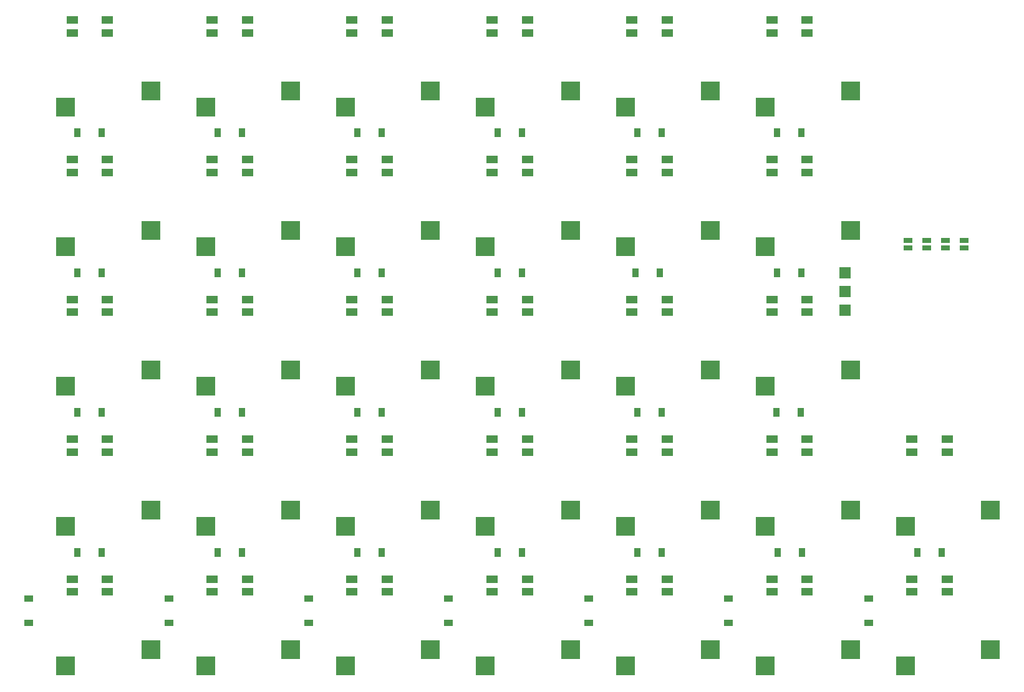
<source format=gbr>
G04 #@! TF.GenerationSoftware,KiCad,Pcbnew,5.1.11-e4df9d881f~92~ubuntu21.04.1*
G04 #@! TF.CreationDate,2021-11-02T14:06:12+01:00*
G04 #@! TF.ProjectId,helix,68656c69-782e-46b6-9963-61645f706362,rev?*
G04 #@! TF.SameCoordinates,Original*
G04 #@! TF.FileFunction,Paste,Top*
G04 #@! TF.FilePolarity,Positive*
%FSLAX46Y46*%
G04 Gerber Fmt 4.6, Leading zero omitted, Abs format (unit mm)*
G04 Created by KiCad (PCBNEW 5.1.11-e4df9d881f~92~ubuntu21.04.1) date 2021-11-02 14:06:12*
%MOMM*%
%LPD*%
G01*
G04 APERTURE LIST*
%ADD10R,2.600000X2.600000*%
%ADD11R,0.900000X1.200000*%
%ADD12R,1.600000X1.000000*%
%ADD13R,1.200000X0.900000*%
%ADD14R,1.524000X1.524000*%
%ADD15R,1.143000X0.635000*%
G04 APERTURE END LIST*
D10*
X214275000Y-132750000D03*
X202725000Y-134950000D03*
X195275000Y-132750000D03*
X183725000Y-134950000D03*
X176275000Y-132750000D03*
X164725000Y-134950000D03*
X157275000Y-132750000D03*
X145725000Y-134950000D03*
X138275000Y-132750000D03*
X126725000Y-134950000D03*
X119275000Y-132750000D03*
X107725000Y-134950000D03*
X100275000Y-132750000D03*
X88725000Y-134950000D03*
X214275000Y-113750000D03*
X202725000Y-115950000D03*
X195275000Y-113750000D03*
X183725000Y-115950000D03*
X176275000Y-113750000D03*
X164725000Y-115950000D03*
X157275000Y-113750000D03*
X145725000Y-115950000D03*
X138275000Y-113750000D03*
X126725000Y-115950000D03*
X119275000Y-113750000D03*
X107725000Y-115950000D03*
X100275000Y-113750000D03*
X88725000Y-115950000D03*
X195275000Y-94750000D03*
X183725000Y-96950000D03*
X176275000Y-94750000D03*
X164725000Y-96950000D03*
X157275000Y-94750000D03*
X145725000Y-96950000D03*
X138275000Y-94750000D03*
X126725000Y-96950000D03*
X119275000Y-94750000D03*
X107725000Y-96950000D03*
X100275000Y-94750000D03*
X88725000Y-96950000D03*
X195275000Y-75750000D03*
X183725000Y-77950000D03*
X176275000Y-75750000D03*
X164725000Y-77950000D03*
X157275000Y-75750000D03*
X145725000Y-77950000D03*
X138275000Y-75750000D03*
X126725000Y-77950000D03*
X119275000Y-75750000D03*
X107725000Y-77950000D03*
X100275000Y-75750000D03*
X88725000Y-77950000D03*
X195275000Y-56750000D03*
X183725000Y-58950000D03*
X176275000Y-56750000D03*
X164725000Y-58950000D03*
X157275000Y-56750000D03*
X145725000Y-58950000D03*
X138275000Y-56750000D03*
X126725000Y-58950000D03*
X119275000Y-56750000D03*
X107725000Y-58950000D03*
X100275000Y-56750000D03*
X88725000Y-58950000D03*
D11*
X131650000Y-62500000D03*
X128350000Y-62500000D03*
X207633000Y-119500000D03*
X204333000Y-119500000D03*
D12*
X151400000Y-48875000D03*
X151400000Y-47125000D03*
X146600000Y-48875000D03*
X146600000Y-47125000D03*
D13*
X197725000Y-125814400D03*
X197725000Y-129114400D03*
X178725000Y-125814400D03*
X178725000Y-129114400D03*
X159725000Y-125814400D03*
X159725000Y-129114400D03*
X140725000Y-125814400D03*
X140725000Y-129114400D03*
X121725000Y-125814400D03*
X121725000Y-129114400D03*
X102725000Y-125814400D03*
X102725000Y-129114400D03*
X83725000Y-129114400D03*
X83725000Y-125814400D03*
D11*
X188659200Y-119500000D03*
X185359200Y-119500000D03*
X169650000Y-119500000D03*
X166350000Y-119500000D03*
X150650000Y-119500000D03*
X147350000Y-119500000D03*
X131650000Y-119500000D03*
X128350000Y-119500000D03*
X112650000Y-119500000D03*
X109350000Y-119500000D03*
X93650000Y-119500000D03*
X90350000Y-119500000D03*
X188548400Y-100500000D03*
X185248400Y-100500000D03*
X169650000Y-100500000D03*
X166350000Y-100500000D03*
X150650000Y-100500000D03*
X147350000Y-100500000D03*
X131650000Y-100500000D03*
X128350000Y-100500000D03*
X112650000Y-100500000D03*
X109350000Y-100500000D03*
X93650000Y-100500000D03*
X90350000Y-100500000D03*
X188650000Y-81500000D03*
X185350000Y-81500000D03*
X169380600Y-81500000D03*
X166080600Y-81500000D03*
X150650000Y-81500000D03*
X147350000Y-81500000D03*
X131650000Y-81500000D03*
X128350000Y-81500000D03*
X112650000Y-81500000D03*
X109350000Y-81500000D03*
X93650000Y-81500000D03*
X90350000Y-81500000D03*
X185350000Y-62500000D03*
X188650000Y-62500000D03*
X166350000Y-62500000D03*
X169650000Y-62500000D03*
X147350000Y-62500000D03*
X150650000Y-62500000D03*
X112650000Y-62500000D03*
X109350000Y-62500000D03*
X93650000Y-62500000D03*
X90350000Y-62500000D03*
D14*
X194517440Y-86565320D03*
X194517440Y-84025320D03*
X194517440Y-81485320D03*
D12*
X94400000Y-48875000D03*
X94400000Y-47125000D03*
X89600000Y-48875000D03*
X89600000Y-47125000D03*
X113400000Y-48875000D03*
X113400000Y-47125000D03*
X108600000Y-48875000D03*
X108600000Y-47125000D03*
D15*
X210682000Y-77124620D03*
X210682000Y-78125380D03*
X208142000Y-77124620D03*
X208142000Y-78125380D03*
X205602000Y-77124620D03*
X205602000Y-78125380D03*
X203062000Y-77124620D03*
X203062000Y-78125380D03*
D12*
X132400000Y-48875000D03*
X132400000Y-47125000D03*
X127600000Y-48875000D03*
X127600000Y-47125000D03*
X170400000Y-48875000D03*
X170400000Y-47125000D03*
X165600000Y-48875000D03*
X165600000Y-47125000D03*
X89600000Y-66125000D03*
X89600000Y-67875000D03*
X94400000Y-66125000D03*
X94400000Y-67875000D03*
X108600000Y-66125000D03*
X108600000Y-67875000D03*
X113400000Y-66125000D03*
X113400000Y-67875000D03*
X127600000Y-66125000D03*
X127600000Y-67875000D03*
X132400000Y-66125000D03*
X132400000Y-67875000D03*
X146600000Y-66125000D03*
X146600000Y-67875000D03*
X151400000Y-66125000D03*
X151400000Y-67875000D03*
X165600000Y-66125000D03*
X165600000Y-67875000D03*
X170400000Y-66125000D03*
X170400000Y-67875000D03*
X184600000Y-66125000D03*
X184600000Y-67875000D03*
X189400000Y-66125000D03*
X189400000Y-67875000D03*
X94400000Y-86875000D03*
X94400000Y-85125000D03*
X89600000Y-86875000D03*
X89600000Y-85125000D03*
X113400000Y-86875000D03*
X113400000Y-85125000D03*
X108600000Y-86875000D03*
X108600000Y-85125000D03*
X132400000Y-86875000D03*
X132400000Y-85125000D03*
X127600000Y-86875000D03*
X127600000Y-85125000D03*
X151400000Y-86875000D03*
X151400000Y-85125000D03*
X146600000Y-86875000D03*
X146600000Y-85125000D03*
X170400000Y-86875000D03*
X170400000Y-85125000D03*
X165600000Y-86875000D03*
X165600000Y-85125000D03*
X189400000Y-86875000D03*
X189400000Y-85125000D03*
X184600000Y-86875000D03*
X184600000Y-85125000D03*
X89600000Y-104125000D03*
X89600000Y-105875000D03*
X94400000Y-104125000D03*
X94400000Y-105875000D03*
X108600000Y-104125000D03*
X108600000Y-105875000D03*
X113400000Y-104125000D03*
X113400000Y-105875000D03*
X127600000Y-104125000D03*
X127600000Y-105875000D03*
X132400000Y-104125000D03*
X132400000Y-105875000D03*
X146600000Y-104125000D03*
X146600000Y-105875000D03*
X151400000Y-104125000D03*
X151400000Y-105875000D03*
X165600000Y-104125000D03*
X165600000Y-105875000D03*
X170400000Y-104125000D03*
X170400000Y-105875000D03*
X184600000Y-104125000D03*
X184600000Y-105875000D03*
X189400000Y-104125000D03*
X189400000Y-105875000D03*
X203600000Y-104125000D03*
X203600000Y-105875000D03*
X208400000Y-104125000D03*
X208400000Y-105875000D03*
X94400000Y-124875000D03*
X94400000Y-123125000D03*
X89600000Y-124875000D03*
X89600000Y-123125000D03*
X113400000Y-124875000D03*
X113400000Y-123125000D03*
X108600000Y-124875000D03*
X108600000Y-123125000D03*
X132400000Y-124875000D03*
X132400000Y-123125000D03*
X127600000Y-124875000D03*
X127600000Y-123125000D03*
X151400000Y-124875000D03*
X151400000Y-123125000D03*
X146600000Y-124875000D03*
X146600000Y-123125000D03*
X170400000Y-124875000D03*
X170400000Y-123125000D03*
X165600000Y-124875000D03*
X165600000Y-123125000D03*
X189400000Y-124875000D03*
X189400000Y-123125000D03*
X184600000Y-124875000D03*
X184600000Y-123125000D03*
X208400000Y-124875000D03*
X208400000Y-123125000D03*
X203600000Y-124875000D03*
X203600000Y-123125000D03*
X189400000Y-48875000D03*
X189400000Y-47125000D03*
X184600000Y-48875000D03*
X184600000Y-47125000D03*
M02*

</source>
